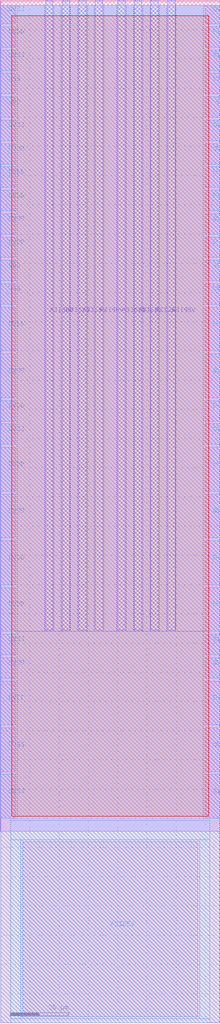
<source format=lef>
VERSION 5.7 ;
  NOWIREEXTENSIONATPIN ON ;
  DIVIDERCHAR "/" ;
  BUSBITCHARS "[]" ;
MACRO gf180mcu_ocd_io__asig_5p0
  CLASS PAD INOUT ;
  FOREIGN gf180mcu_ocd_io__asig_5p0 ;
  ORIGIN 0.000 0.000 ;
  SIZE 75.000 BY 350.000 ;
  SYMMETRY X Y R90 ;
  SITE GF_IO_Site ;
  PIN ASIG5V
    DIRECTION INOUT ;
    USE SIGNAL ;
    ANTENNADIFFAREA 1200.000000 ;
    PORT
      LAYER Metal2 ;
        RECT 15.340 134.370 17.880 350.000 ;
    END
    PORT
      LAYER Metal2 ;
        RECT 21.020 134.370 23.560 350.000 ;
    END
    PORT
      LAYER Metal2 ;
        RECT 26.700 134.370 29.240 350.000 ;
    END
    PORT
      LAYER Metal2 ;
        RECT 32.380 134.370 34.920 350.000 ;
    END
    PORT
      LAYER Metal2 ;
        RECT 40.080 134.370 42.620 350.000 ;
    END
    PORT
      LAYER Metal2 ;
        RECT 45.760 134.370 48.300 350.000 ;
    END
    PORT
      LAYER Metal2 ;
        RECT 51.440 134.370 53.980 350.000 ;
    END
    PORT
      LAYER Metal2 ;
        RECT 57.120 134.370 59.660 350.000 ;
    END
    PORT
      LAYER Metal4 ;
        RECT 7.500 2.000 67.500 62.000 ;
    END
  END ASIG5V
  PIN DVDD
    DIRECTION INOUT ;
    USE POWER ;
    PORT
      LAYER Metal4 ;
        RECT 0.000 334.000 5.000 341.000 ;
    END
    PORT
      LAYER Metal4 ;
        RECT 0.000 294.000 5.000 301.000 ;
    END
    PORT
      LAYER Metal4 ;
        RECT 0.000 278.000 5.000 285.000 ;
    END
    PORT
      LAYER Metal4 ;
        RECT 0.000 270.000 5.000 277.000 ;
    END
    PORT
      LAYER Metal4 ;
        RECT 0.000 262.000 5.000 269.000 ;
    END
    PORT
      LAYER Metal4 ;
        RECT 0.000 214.000 5.000 229.000 ;
    END
    PORT
      LAYER Metal4 ;
        RECT 0.000 206.000 5.000 213.000 ;
    END
    PORT
      LAYER Metal4 ;
        RECT 0.000 182.000 5.000 197.000 ;
    END
    PORT
      LAYER Metal4 ;
        RECT 0.000 166.000 5.000 181.000 ;
    END
    PORT
      LAYER Metal4 ;
        RECT 0.000 150.000 5.000 165.000 ;
    END
    PORT
      LAYER Metal4 ;
        RECT 0.000 134.000 5.000 149.000 ;
    END
    PORT
      LAYER Metal4 ;
        RECT 0.000 118.000 5.000 125.000 ;
    END
    PORT
      LAYER Metal4 ;
        RECT 70.000 334.000 75.000 341.000 ;
    END
    PORT
      LAYER Metal4 ;
        RECT 70.000 294.000 75.000 301.000 ;
    END
    PORT
      LAYER Metal4 ;
        RECT 70.000 278.000 75.000 285.000 ;
    END
    PORT
      LAYER Metal4 ;
        RECT 70.000 270.000 75.000 277.000 ;
    END
    PORT
      LAYER Metal4 ;
        RECT 70.000 262.000 75.000 269.000 ;
    END
    PORT
      LAYER Metal4 ;
        RECT 70.000 214.000 75.000 229.000 ;
    END
    PORT
      LAYER Metal4 ;
        RECT 70.000 206.000 75.000 213.000 ;
    END
    PORT
      LAYER Metal4 ;
        RECT 70.000 182.000 75.000 197.000 ;
    END
    PORT
      LAYER Metal4 ;
        RECT 70.000 166.000 75.000 181.000 ;
    END
    PORT
      LAYER Metal4 ;
        RECT 70.000 150.000 75.000 165.000 ;
    END
    PORT
      LAYER Metal4 ;
        RECT 70.000 134.000 75.000 149.000 ;
    END
    PORT
      LAYER Metal4 ;
        RECT 70.000 118.000 75.000 125.000 ;
    END
  END DVDD
  PIN DVSS
    DIRECTION INOUT ;
    USE GROUND ;
    PORT
      LAYER Metal4 ;
        RECT 0.000 86.000 5.000 101.000 ;
    END
    PORT
      LAYER Metal4 ;
        RECT 0.000 326.000 5.000 333.000 ;
    END
    PORT
      LAYER Metal4 ;
        RECT 0.000 342.000 5.000 348.390 ;
    END
    PORT
      LAYER Metal4 ;
        RECT 0.000 230.000 5.000 245.000 ;
    END
    PORT
      LAYER Metal4 ;
        RECT 0.000 286.000 5.000 293.000 ;
    END
    PORT
      LAYER Metal4 ;
        RECT 0.000 302.000 5.000 309.000 ;
    END
    PORT
      LAYER Metal4 ;
        RECT 0.000 198.000 5.000 205.000 ;
    END
    PORT
      LAYER Metal4 ;
        RECT 0.000 102.000 5.000 117.000 ;
    END
    PORT
      LAYER Metal4 ;
        RECT 0.000 126.000 5.000 133.000 ;
    END
    PORT
      LAYER Metal4 ;
        RECT 0.000 70.000 5.000 85.000 ;
    END
    PORT
      LAYER Metal4 ;
        RECT 70.000 86.000 75.000 101.000 ;
    END
    PORT
      LAYER Metal4 ;
        RECT 70.000 326.000 75.000 333.000 ;
    END
    PORT
      LAYER Metal4 ;
        RECT 70.000 342.000 75.000 348.390 ;
    END
    PORT
      LAYER Metal4 ;
        RECT 70.000 230.000 75.000 245.000 ;
    END
    PORT
      LAYER Metal4 ;
        RECT 70.000 286.000 75.000 293.000 ;
    END
    PORT
      LAYER Metal4 ;
        RECT 70.000 302.000 75.000 309.000 ;
    END
    PORT
      LAYER Metal4 ;
        RECT 70.000 198.000 75.000 205.000 ;
    END
    PORT
      LAYER Metal4 ;
        RECT 70.000 102.000 75.000 117.000 ;
    END
    PORT
      LAYER Metal4 ;
        RECT 70.000 126.000 75.000 133.000 ;
    END
    PORT
      LAYER Metal4 ;
        RECT 70.000 70.000 75.000 85.000 ;
    END
  END DVSS
  PIN VDD
    DIRECTION INOUT ;
    USE POWER ;
    PORT
      LAYER Metal4 ;
        RECT 0.000 310.000 5.000 317.000 ;
    END
    PORT
      LAYER Metal4 ;
        RECT 0.000 254.000 5.000 261.000 ;
    END
    PORT
      LAYER Metal4 ;
        RECT 70.000 310.000 75.000 317.000 ;
    END
    PORT
      LAYER Metal4 ;
        RECT 70.000 254.000 75.000 261.000 ;
    END
  END VDD
  PIN VSS
    DIRECTION INOUT ;
    USE GROUND ;
    PORT
      LAYER Metal4 ;
        RECT 0.000 318.000 5.000 325.000 ;
    END
    PORT
      LAYER Metal4 ;
        RECT 0.000 246.000 5.000 253.000 ;
    END
    PORT
      LAYER Metal4 ;
        RECT 70.000 318.000 75.000 325.000 ;
    END
    PORT
      LAYER Metal4 ;
        RECT 70.000 246.000 75.000 253.000 ;
    END
  END VSS
  OBS
      LAYER Nwell ;
        RECT 3.790 70.755 71.210 344.755 ;
      LAYER Metal1 ;
        RECT -0.160 65.540 75.160 349.785 ;
      LAYER Metal2 ;
        RECT 0.000 134.070 15.040 348.390 ;
        RECT 18.180 134.070 20.720 348.390 ;
        RECT 23.860 134.070 26.400 348.390 ;
        RECT 29.540 134.070 32.080 348.390 ;
        RECT 35.220 134.070 39.780 348.390 ;
        RECT 42.920 134.070 45.460 348.390 ;
        RECT 48.600 134.070 51.140 348.390 ;
        RECT 54.280 134.070 56.820 348.390 ;
        RECT 59.960 134.070 75.000 348.390 ;
        RECT 0.000 0.000 75.000 134.070 ;
      LAYER Metal3 ;
        RECT 0.000 0.000 75.000 348.390 ;
      LAYER Metal4 ;
        RECT 5.600 69.400 69.400 348.390 ;
        RECT 3.500 62.600 71.500 69.400 ;
        RECT 3.500 1.400 6.900 62.600 ;
        RECT 68.100 1.400 71.500 62.600 ;
        RECT 3.500 0.000 71.500 1.400 ;
  END
END gf180mcu_ocd_io__asig_5p0
END LIBRARY


</source>
